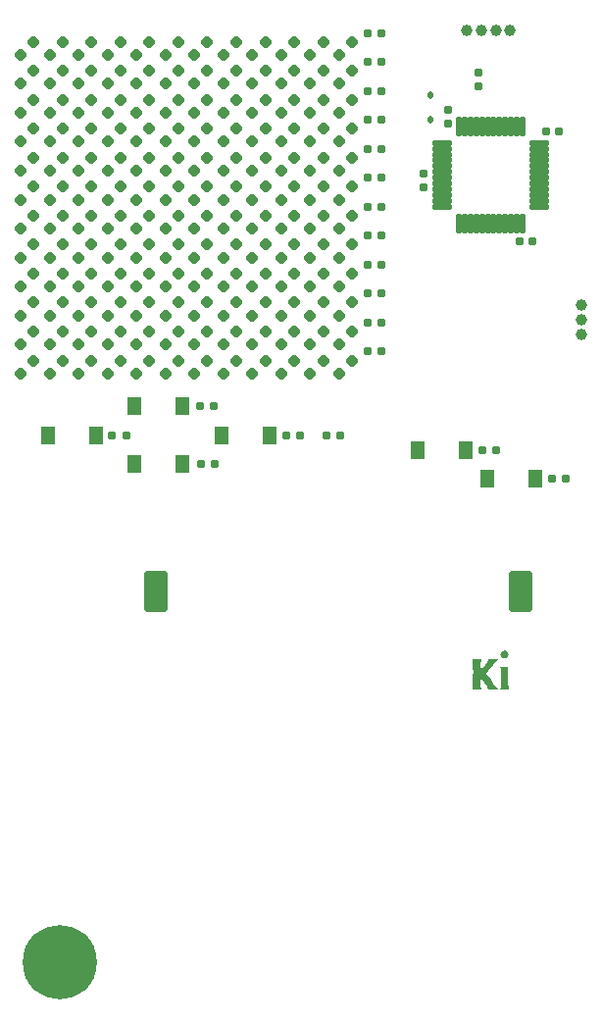
<source format=gts>
%TF.GenerationSoftware,KiCad,Pcbnew,9.0.0*%
%TF.CreationDate,2025-12-23T16:07:17-05:00*%
%TF.ProjectId,BusinessCard,42757369-6e65-4737-9343-6172642e6b69,rev?*%
%TF.SameCoordinates,Original*%
%TF.FileFunction,Soldermask,Top*%
%TF.FilePolarity,Negative*%
%FSLAX46Y46*%
G04 Gerber Fmt 4.6, Leading zero omitted, Abs format (unit mm)*
G04 Created by KiCad (PCBNEW 9.0.0) date 2025-12-23 16:07:17*
%MOMM*%
%LPD*%
G01*
G04 APERTURE LIST*
G04 Aperture macros list*
%AMRoundRect*
0 Rectangle with rounded corners*
0 $1 Rounding radius*
0 $2 $3 $4 $5 $6 $7 $8 $9 X,Y pos of 4 corners*
0 Add a 4 corners polygon primitive as box body*
4,1,4,$2,$3,$4,$5,$6,$7,$8,$9,$2,$3,0*
0 Add four circle primitives for the rounded corners*
1,1,$1+$1,$2,$3*
1,1,$1+$1,$4,$5*
1,1,$1+$1,$6,$7*
1,1,$1+$1,$8,$9*
0 Add four rect primitives between the rounded corners*
20,1,$1+$1,$2,$3,$4,$5,0*
20,1,$1+$1,$4,$5,$6,$7,0*
20,1,$1+$1,$6,$7,$8,$9,0*
20,1,$1+$1,$8,$9,$2,$3,0*%
G04 Aperture macros list end*
%ADD10C,0.000000*%
%ADD11RoundRect,0.218750X0.026517X-0.335876X0.335876X-0.026517X-0.026517X0.335876X-0.335876X0.026517X0*%
%ADD12RoundRect,0.102000X-0.475000X-0.700000X0.475000X-0.700000X0.475000X0.700000X-0.475000X0.700000X0*%
%ADD13RoundRect,0.160000X0.197500X0.160000X-0.197500X0.160000X-0.197500X-0.160000X0.197500X-0.160000X0*%
%ADD14RoundRect,0.160000X-0.197500X-0.160000X0.197500X-0.160000X0.197500X0.160000X-0.197500X0.160000X0*%
%ADD15RoundRect,0.160000X-0.160000X0.197500X-0.160000X-0.197500X0.160000X-0.197500X0.160000X0.197500X0*%
%ADD16RoundRect,0.155000X-0.155000X0.212500X-0.155000X-0.212500X0.155000X-0.212500X0.155000X0.212500X0*%
%ADD17RoundRect,0.200000X-0.800000X-1.550000X0.800000X-1.550000X0.800000X1.550000X-0.800000X1.550000X0*%
%ADD18C,1.000000*%
%ADD19RoundRect,0.155000X0.212500X0.155000X-0.212500X0.155000X-0.212500X-0.155000X0.212500X-0.155000X0*%
%ADD20RoundRect,0.155000X-0.212500X-0.155000X0.212500X-0.155000X0.212500X0.155000X-0.212500X0.155000X0*%
%ADD21RoundRect,0.155000X0.155000X-0.212500X0.155000X0.212500X-0.155000X0.212500X-0.155000X-0.212500X0*%
%ADD22C,6.400000*%
%ADD23RoundRect,0.121000X-0.761000X-0.121000X0.761000X-0.121000X0.761000X0.121000X-0.761000X0.121000X0*%
%ADD24RoundRect,0.121000X-0.121000X-0.761000X0.121000X-0.761000X0.121000X0.761000X-0.121000X0.761000X0*%
%ADD25RoundRect,0.112500X0.112500X-0.187500X0.112500X0.187500X-0.112500X0.187500X-0.112500X-0.187500X0*%
G04 APERTURE END LIST*
D10*
%TO.C,G\u002A\u002A\u002A*%
G36*
X63035786Y-77817448D02*
G01*
X63146230Y-77866148D01*
X63234175Y-77951560D01*
X63287732Y-78069299D01*
X63298473Y-78160556D01*
X63290887Y-78256468D01*
X63259488Y-78327694D01*
X63196873Y-78399143D01*
X63121691Y-78464378D01*
X63050360Y-78493924D01*
X62954826Y-78500743D01*
X62857453Y-78493547D01*
X62786382Y-78463320D01*
X62712779Y-78399143D01*
X62631910Y-78281276D01*
X62605443Y-78151394D01*
X62634009Y-78021504D01*
X62688362Y-77935483D01*
X62794963Y-77847730D01*
X62914734Y-77809846D01*
X63035786Y-77817448D01*
G37*
G36*
X63275228Y-80166684D02*
G01*
X63278105Y-80397205D01*
X63282277Y-80609948D01*
X63287471Y-80797140D01*
X63293416Y-80951009D01*
X63299842Y-81063784D01*
X63306475Y-81127692D01*
X63309141Y-81137861D01*
X63315511Y-81159399D01*
X63303839Y-81174065D01*
X63265275Y-81183166D01*
X63190973Y-81188006D01*
X63072085Y-81189893D01*
X62954826Y-81190155D01*
X62798631Y-81189580D01*
X62693349Y-81186985D01*
X62630133Y-81181063D01*
X62600133Y-81170510D01*
X62594504Y-81154018D01*
X62600511Y-81137861D01*
X62609200Y-81090828D01*
X62616738Y-80993748D01*
X62623071Y-80856000D01*
X62628145Y-80686960D01*
X62631906Y-80496008D01*
X62634301Y-80292521D01*
X62635275Y-80085877D01*
X62634775Y-79885456D01*
X62632747Y-79700634D01*
X62629137Y-79540790D01*
X62623892Y-79415302D01*
X62616958Y-79333548D01*
X62611011Y-79307253D01*
X62599975Y-79281788D01*
X62605446Y-79264877D01*
X62636603Y-79254773D01*
X62702626Y-79249726D01*
X62812692Y-79247987D01*
X62923059Y-79247802D01*
X63266923Y-79247802D01*
X63275228Y-80166684D01*
G37*
G36*
X60949506Y-78647596D02*
G01*
X60930006Y-78705028D01*
X60918046Y-78789787D01*
X60912868Y-78912008D01*
X60913717Y-79081830D01*
X60914443Y-79117865D01*
X60922826Y-79501046D01*
X61158706Y-79202600D01*
X61294519Y-79028805D01*
X61395896Y-78893971D01*
X61467171Y-78791579D01*
X61512678Y-78715107D01*
X61536751Y-78658035D01*
X61543359Y-78623877D01*
X61547713Y-78599136D01*
X61562535Y-78581846D01*
X61596999Y-78570675D01*
X61660279Y-78564289D01*
X61761548Y-78561355D01*
X61909980Y-78560539D01*
X61979402Y-78560508D01*
X62410672Y-78560508D01*
X62263174Y-78717390D01*
X62196766Y-78791536D01*
X62102279Y-78901791D01*
X61988724Y-79037402D01*
X61865112Y-79187614D01*
X61749025Y-79330990D01*
X61382373Y-79787708D01*
X61776882Y-80332049D01*
X61900128Y-80500922D01*
X62020307Y-80663446D01*
X62130075Y-80809848D01*
X62222085Y-80930355D01*
X62288991Y-81015194D01*
X62303949Y-81033273D01*
X62436506Y-81190155D01*
X61989779Y-81190155D01*
X61543052Y-81190155D01*
X61524353Y-81078096D01*
X61497124Y-81001305D01*
X61434167Y-80887676D01*
X61333927Y-80734640D01*
X61214239Y-80566155D01*
X60922826Y-80166272D01*
X60914519Y-80572583D01*
X60912730Y-80760314D01*
X60916671Y-80898843D01*
X60927065Y-80998522D01*
X60944637Y-81069704D01*
X60950347Y-81084524D01*
X60994482Y-81190155D01*
X60589398Y-81190155D01*
X60427207Y-81189630D01*
X60316160Y-81187265D01*
X60247636Y-81181872D01*
X60213018Y-81172263D01*
X60203688Y-81157250D01*
X60209923Y-81137861D01*
X60217239Y-81093667D01*
X60223760Y-80997785D01*
X60229454Y-80858074D01*
X60234288Y-80682391D01*
X60238230Y-80478594D01*
X60241249Y-80254541D01*
X60243311Y-80018090D01*
X60244386Y-79777099D01*
X60244441Y-79539425D01*
X60243444Y-79312927D01*
X60241363Y-79105463D01*
X60238166Y-78924889D01*
X60233821Y-78779066D01*
X60228295Y-78675849D01*
X60221557Y-78623097D01*
X60220200Y-78619542D01*
X60209930Y-78595838D01*
X60214684Y-78579513D01*
X60243087Y-78569192D01*
X60303767Y-78563502D01*
X60405351Y-78561067D01*
X60556466Y-78560514D01*
X60590778Y-78560508D01*
X60992951Y-78560508D01*
X60949506Y-78647596D01*
G37*
%TD*%
D11*
%TO.C,D105*%
X38683758Y-46396078D03*
X39797452Y-45282384D03*
%TD*%
D12*
%TO.C,SW1*%
X31010786Y-56750000D03*
X35160786Y-56750000D03*
%TD*%
D11*
%TO.C,D6*%
X31183758Y-26396078D03*
X32297452Y-25282384D03*
%TD*%
%TO.C,D15*%
X23683758Y-28896078D03*
X24797452Y-27782384D03*
%TD*%
%TO.C,D95*%
X43683758Y-43896078D03*
X44797452Y-42782384D03*
%TD*%
%TO.C,D126*%
X31183758Y-51396078D03*
X32297452Y-50282384D03*
%TD*%
%TO.C,D58*%
X41183758Y-36396078D03*
X42297452Y-35282384D03*
%TD*%
%TO.C,D128*%
X36183758Y-51396078D03*
X37297452Y-50282384D03*
%TD*%
%TO.C,D81*%
X38683758Y-41396078D03*
X39797452Y-40282384D03*
%TD*%
%TO.C,D101*%
X28683758Y-46396078D03*
X29797452Y-45282384D03*
%TD*%
%TO.C,D10*%
X41183758Y-26396078D03*
X42297452Y-25282384D03*
%TD*%
%TO.C,D38*%
X21183758Y-33896078D03*
X22297452Y-32782384D03*
%TD*%
%TO.C,D30*%
X31183758Y-31396078D03*
X32297452Y-30282384D03*
%TD*%
%TO.C,D48*%
X46183758Y-33896078D03*
X47297452Y-32782384D03*
%TD*%
%TO.C,D31*%
X33683758Y-31396078D03*
X34797452Y-30282384D03*
%TD*%
%TO.C,D56*%
X36183758Y-36396078D03*
X37297452Y-35282384D03*
%TD*%
D13*
%TO.C,R12*%
X52347500Y-34500000D03*
X51152500Y-34500000D03*
%TD*%
D11*
%TO.C,D93*%
X38683758Y-43896078D03*
X39797452Y-42782384D03*
%TD*%
D13*
%TO.C,R10*%
X52347500Y-29500000D03*
X51152500Y-29500000D03*
%TD*%
D11*
%TO.C,D86*%
X21183758Y-43896078D03*
X22297452Y-42782384D03*
%TD*%
%TO.C,D135*%
X23683758Y-53896078D03*
X24797452Y-52782384D03*
%TD*%
D14*
%TO.C,R6*%
X61065786Y-60500000D03*
X62260786Y-60500000D03*
%TD*%
D11*
%TO.C,D118*%
X41183758Y-48896078D03*
X42297452Y-47782384D03*
%TD*%
%TO.C,D94*%
X41183758Y-43896078D03*
X42297452Y-42782384D03*
%TD*%
%TO.C,D12*%
X46183758Y-26396078D03*
X47297452Y-25282384D03*
%TD*%
D13*
%TO.C,R15*%
X52347500Y-42000000D03*
X51152500Y-42000000D03*
%TD*%
D11*
%TO.C,D136*%
X26183758Y-53896078D03*
X27297452Y-52782384D03*
%TD*%
%TO.C,D134*%
X21183758Y-53896078D03*
X22297452Y-52782384D03*
%TD*%
D15*
%TO.C,R1*%
X60750000Y-27902500D03*
X60750000Y-29097500D03*
%TD*%
D11*
%TO.C,D100*%
X26183758Y-46396078D03*
X27297452Y-45282384D03*
%TD*%
D16*
%TO.C,C4*%
X56000000Y-36682500D03*
X56000000Y-37817500D03*
%TD*%
D11*
%TO.C,D41*%
X28683758Y-33896078D03*
X29797452Y-32782384D03*
%TD*%
D13*
%TO.C,R16*%
X52347500Y-44500000D03*
X51152500Y-44500000D03*
%TD*%
D11*
%TO.C,D83*%
X43683758Y-41396078D03*
X44797452Y-40282384D03*
%TD*%
%TO.C,D113*%
X28683758Y-48896078D03*
X29797452Y-47782384D03*
%TD*%
%TO.C,D53*%
X28683758Y-36396078D03*
X29797452Y-35282384D03*
%TD*%
%TO.C,D99*%
X23683758Y-46396078D03*
X24797452Y-45282384D03*
%TD*%
%TO.C,D7*%
X33683758Y-26396078D03*
X34797452Y-25282384D03*
%TD*%
D12*
%TO.C,SW5*%
X55435786Y-60500000D03*
X59585786Y-60500000D03*
%TD*%
D11*
%TO.C,D106*%
X41183758Y-46396078D03*
X42297452Y-45282384D03*
%TD*%
%TO.C,D25*%
X48683758Y-28896078D03*
X49797452Y-27782384D03*
%TD*%
D13*
%TO.C,R17*%
X52347500Y-47000000D03*
X51152500Y-47000000D03*
%TD*%
D11*
%TO.C,D39*%
X23683758Y-33896078D03*
X24797452Y-32782384D03*
%TD*%
%TO.C,D22*%
X41183758Y-28896078D03*
X42297452Y-27782384D03*
%TD*%
D12*
%TO.C,SW2*%
X23510786Y-59250000D03*
X27660786Y-59250000D03*
%TD*%
D17*
%TO.C,J3*%
X32835786Y-72750000D03*
X64335786Y-72750000D03*
%TD*%
D11*
%TO.C,D144*%
X46183758Y-53896078D03*
X47297452Y-52782384D03*
%TD*%
D14*
%TO.C,R5*%
X44140786Y-59250000D03*
X45335786Y-59250000D03*
%TD*%
D11*
%TO.C,D79*%
X33683758Y-41396078D03*
X34797452Y-40282384D03*
%TD*%
%TO.C,D49*%
X48683758Y-33896078D03*
X49797452Y-32782384D03*
%TD*%
%TO.C,D125*%
X28683758Y-51396078D03*
X29797452Y-50282384D03*
%TD*%
%TO.C,D69*%
X38683758Y-38896078D03*
X39797452Y-37782384D03*
%TD*%
%TO.C,D73*%
X48683758Y-38896078D03*
X49797452Y-37782384D03*
%TD*%
%TO.C,D82*%
X41183758Y-41396078D03*
X42297452Y-40282384D03*
%TD*%
D18*
%TO.C,J1*%
X69585786Y-50500000D03*
X69585786Y-49250000D03*
X69585786Y-48000000D03*
%TD*%
D11*
%TO.C,D23*%
X43683758Y-28896078D03*
X44797452Y-27782384D03*
%TD*%
%TO.C,D8*%
X36183758Y-26396078D03*
X37297452Y-25282384D03*
%TD*%
%TO.C,D120*%
X46183758Y-48896078D03*
X47297452Y-47782384D03*
%TD*%
%TO.C,D35*%
X43683758Y-31396078D03*
X44797452Y-30282384D03*
%TD*%
%TO.C,D26*%
X21183758Y-31396078D03*
X22297452Y-30282384D03*
%TD*%
%TO.C,D76*%
X26183758Y-41396078D03*
X27297452Y-40282384D03*
%TD*%
D14*
%TO.C,R4*%
X29085786Y-59250000D03*
X30280786Y-59250000D03*
%TD*%
D11*
%TO.C,D75*%
X23683758Y-41396078D03*
X24797452Y-40282384D03*
%TD*%
D18*
%TO.C,J2*%
X59710786Y-24250000D03*
X60960786Y-24250000D03*
X62210786Y-24250000D03*
X63460786Y-24250000D03*
%TD*%
D11*
%TO.C,D54*%
X31183758Y-36396078D03*
X32297452Y-35282384D03*
%TD*%
D13*
%TO.C,R8*%
X52347500Y-24500000D03*
X51152500Y-24500000D03*
%TD*%
D11*
%TO.C,D27*%
X23683758Y-31396078D03*
X24797452Y-30282384D03*
%TD*%
%TO.C,D34*%
X41183758Y-31396078D03*
X42297452Y-30282384D03*
%TD*%
%TO.C,D47*%
X43683758Y-33896078D03*
X44797452Y-32782384D03*
%TD*%
%TO.C,D52*%
X26183758Y-36396078D03*
X27297452Y-35282384D03*
%TD*%
%TO.C,D124*%
X26183758Y-51396078D03*
X27297452Y-50282384D03*
%TD*%
%TO.C,D119*%
X43683758Y-48896078D03*
X44797452Y-47782384D03*
%TD*%
%TO.C,D71*%
X43683758Y-38896078D03*
X44797452Y-37782384D03*
%TD*%
%TO.C,D114*%
X31183758Y-48896078D03*
X32297452Y-47782384D03*
%TD*%
D19*
%TO.C,C3*%
X65385000Y-42500000D03*
X64250000Y-42500000D03*
%TD*%
D11*
%TO.C,D121*%
X48683758Y-48896078D03*
X49797452Y-47782384D03*
%TD*%
%TO.C,D133*%
X48683758Y-51396078D03*
X49797452Y-50282384D03*
%TD*%
%TO.C,D68*%
X36183758Y-38896078D03*
X37297452Y-37782384D03*
%TD*%
%TO.C,D80*%
X36183758Y-41396078D03*
X37297452Y-40282384D03*
%TD*%
D20*
%TO.C,C2*%
X66518286Y-33000000D03*
X67653286Y-33000000D03*
%TD*%
D11*
%TO.C,D9*%
X38683758Y-26396078D03*
X39797452Y-25282384D03*
%TD*%
%TO.C,D109*%
X48683758Y-46396078D03*
X49797452Y-45282384D03*
%TD*%
%TO.C,D97*%
X48683758Y-43896078D03*
X49797452Y-42782384D03*
%TD*%
%TO.C,D16*%
X26183758Y-28896078D03*
X27297452Y-27782384D03*
%TD*%
%TO.C,D46*%
X41183758Y-33896078D03*
X42297452Y-32782384D03*
%TD*%
%TO.C,D21*%
X38683758Y-28896078D03*
X39797452Y-27782384D03*
%TD*%
%TO.C,D91*%
X33683758Y-43896078D03*
X34797452Y-42782384D03*
%TD*%
%TO.C,D84*%
X46183758Y-41396078D03*
X47297452Y-40282384D03*
%TD*%
%TO.C,D103*%
X33683758Y-46396078D03*
X34797452Y-45282384D03*
%TD*%
%TO.C,D90*%
X31183758Y-43896078D03*
X32297452Y-42782384D03*
%TD*%
D19*
%TO.C,C5*%
X48750000Y-59250000D03*
X47615000Y-59250000D03*
%TD*%
D11*
%TO.C,D2*%
X21183758Y-26396078D03*
X22297452Y-25282384D03*
%TD*%
%TO.C,D138*%
X31183758Y-53896078D03*
X32297452Y-52782384D03*
%TD*%
%TO.C,D74*%
X21183758Y-41396078D03*
X22297452Y-40282384D03*
%TD*%
%TO.C,D66*%
X31183758Y-38896078D03*
X32297452Y-37782384D03*
%TD*%
%TO.C,D11*%
X43683758Y-26396078D03*
X44797452Y-25282384D03*
%TD*%
%TO.C,D57*%
X38683758Y-36396078D03*
X39797452Y-35282384D03*
%TD*%
D12*
%TO.C,SW6*%
X61435786Y-63000000D03*
X65585786Y-63000000D03*
%TD*%
D11*
%TO.C,D132*%
X46183758Y-51396078D03*
X47297452Y-50282384D03*
%TD*%
%TO.C,D107*%
X43683758Y-46396078D03*
X44797452Y-45282384D03*
%TD*%
D13*
%TO.C,R11*%
X52347500Y-32000000D03*
X51152500Y-32000000D03*
%TD*%
D11*
%TO.C,D123*%
X23683758Y-51396078D03*
X24797452Y-50282384D03*
%TD*%
%TO.C,D89*%
X28683758Y-43896078D03*
X29797452Y-42782384D03*
%TD*%
%TO.C,D44*%
X36183758Y-33896078D03*
X37297452Y-32782384D03*
%TD*%
%TO.C,D77*%
X28683758Y-41396078D03*
X29797452Y-40282384D03*
%TD*%
%TO.C,D29*%
X28683758Y-31396078D03*
X29797452Y-30282384D03*
%TD*%
%TO.C,D13*%
X48683758Y-26396078D03*
X49797452Y-25282384D03*
%TD*%
%TO.C,D88*%
X26183758Y-43896078D03*
X27297452Y-42782384D03*
%TD*%
%TO.C,D19*%
X33683758Y-28896078D03*
X34797452Y-27782384D03*
%TD*%
D13*
%TO.C,R9*%
X52347500Y-27000000D03*
X51152500Y-27000000D03*
%TD*%
D11*
%TO.C,D116*%
X36183758Y-48896078D03*
X37297452Y-47782384D03*
%TD*%
%TO.C,D18*%
X31183758Y-28896078D03*
X32297452Y-27782384D03*
%TD*%
%TO.C,D85*%
X48683758Y-41396078D03*
X49797452Y-40282384D03*
%TD*%
%TO.C,D61*%
X48683758Y-36396078D03*
X49797452Y-35282384D03*
%TD*%
D14*
%TO.C,R3*%
X36738286Y-61750000D03*
X37933286Y-61750000D03*
%TD*%
D11*
%TO.C,D111*%
X23683758Y-48896078D03*
X24797452Y-47782384D03*
%TD*%
%TO.C,D70*%
X41183758Y-38896078D03*
X42297452Y-37782384D03*
%TD*%
%TO.C,D40*%
X26183758Y-33896078D03*
X27297452Y-32782384D03*
%TD*%
%TO.C,D55*%
X33683758Y-36396078D03*
X34797452Y-35282384D03*
%TD*%
%TO.C,D117*%
X38683758Y-48896078D03*
X39797452Y-47782384D03*
%TD*%
%TO.C,D32*%
X36183758Y-31396078D03*
X37297452Y-30282384D03*
%TD*%
%TO.C,D5*%
X28683758Y-26396078D03*
X29797452Y-25282384D03*
%TD*%
%TO.C,D43*%
X33683758Y-33896078D03*
X34797452Y-32782384D03*
%TD*%
%TO.C,D130*%
X41183758Y-51396078D03*
X42297452Y-50282384D03*
%TD*%
%TO.C,D104*%
X36183758Y-46396078D03*
X37297452Y-45282384D03*
%TD*%
D14*
%TO.C,R2*%
X36688286Y-56750000D03*
X37883286Y-56750000D03*
%TD*%
D11*
%TO.C,D63*%
X23683758Y-38896078D03*
X24797452Y-37782384D03*
%TD*%
D21*
%TO.C,C1*%
X58085786Y-32317500D03*
X58085786Y-31182500D03*
%TD*%
D12*
%TO.C,SW4*%
X38510786Y-59250000D03*
X42660786Y-59250000D03*
%TD*%
D11*
%TO.C,D143*%
X43683758Y-53896078D03*
X44797452Y-52782384D03*
%TD*%
%TO.C,D33*%
X38683758Y-31396078D03*
X39797452Y-30282384D03*
%TD*%
%TO.C,D17*%
X28683758Y-28896078D03*
X29797452Y-27782384D03*
%TD*%
%TO.C,D72*%
X46183758Y-38896078D03*
X47297452Y-37782384D03*
%TD*%
%TO.C,D131*%
X43683758Y-51396078D03*
X44797452Y-50282384D03*
%TD*%
%TO.C,D129*%
X38683758Y-51396078D03*
X39797452Y-50282384D03*
%TD*%
%TO.C,D51*%
X23683758Y-36396078D03*
X24797452Y-35282384D03*
%TD*%
D13*
%TO.C,R14*%
X52347500Y-39500000D03*
X51152500Y-39500000D03*
%TD*%
%TO.C,R13*%
X52347500Y-37000000D03*
X51152500Y-37000000D03*
%TD*%
D11*
%TO.C,D141*%
X38683758Y-53896078D03*
X39797452Y-52782384D03*
%TD*%
%TO.C,D59*%
X43683758Y-36396078D03*
X44797452Y-35282384D03*
%TD*%
%TO.C,D3*%
X23683758Y-26396078D03*
X24797452Y-25282384D03*
%TD*%
%TO.C,D28*%
X26183758Y-31396078D03*
X27297452Y-30282384D03*
%TD*%
%TO.C,D36*%
X46183758Y-31396078D03*
X47297452Y-30282384D03*
%TD*%
D13*
%TO.C,R18*%
X52347500Y-49500000D03*
X51152500Y-49500000D03*
%TD*%
D11*
%TO.C,D4*%
X26183758Y-26396078D03*
X27297452Y-25282384D03*
%TD*%
%TO.C,D20*%
X36183758Y-28896078D03*
X37297452Y-27782384D03*
%TD*%
%TO.C,D112*%
X26183758Y-48896078D03*
X27297452Y-47782384D03*
%TD*%
%TO.C,D96*%
X46183758Y-43896078D03*
X47297452Y-42782384D03*
%TD*%
%TO.C,D78*%
X31183758Y-41396078D03*
X32297452Y-40282384D03*
%TD*%
%TO.C,D139*%
X33683758Y-53896078D03*
X34797452Y-52782384D03*
%TD*%
%TO.C,D102*%
X31183758Y-46396078D03*
X32297452Y-45282384D03*
%TD*%
%TO.C,D60*%
X46183758Y-36396078D03*
X47297452Y-35282384D03*
%TD*%
%TO.C,D127*%
X33683758Y-51396078D03*
X34797452Y-50282384D03*
%TD*%
%TO.C,D115*%
X33683758Y-48896078D03*
X34797452Y-47782384D03*
%TD*%
%TO.C,D137*%
X28683758Y-53896078D03*
X29797452Y-52782384D03*
%TD*%
%TO.C,D45*%
X38683758Y-33896078D03*
X39797452Y-32782384D03*
%TD*%
%TO.C,D42*%
X31183758Y-33896078D03*
X32297452Y-32782384D03*
%TD*%
%TO.C,D145*%
X48683758Y-53896078D03*
X49797452Y-52782384D03*
%TD*%
%TO.C,D122*%
X21183758Y-51396078D03*
X22297452Y-50282384D03*
%TD*%
%TO.C,D110*%
X21183758Y-48896078D03*
X22297452Y-47782384D03*
%TD*%
%TO.C,D98*%
X21183758Y-46396078D03*
X22297452Y-45282384D03*
%TD*%
%TO.C,D62*%
X21183758Y-38896078D03*
X22297452Y-37782384D03*
%TD*%
%TO.C,D24*%
X46183758Y-28896078D03*
X47297452Y-27782384D03*
%TD*%
%TO.C,D37*%
X48683758Y-31396078D03*
X49797452Y-30282384D03*
%TD*%
%TO.C,D92*%
X36183758Y-43896078D03*
X37297452Y-42782384D03*
%TD*%
%TO.C,D64*%
X26183758Y-38896078D03*
X27297452Y-37782384D03*
%TD*%
%TO.C,D140*%
X36183758Y-53896078D03*
X37297452Y-52782384D03*
%TD*%
%TO.C,D14*%
X21183758Y-28896078D03*
X22297452Y-27782384D03*
%TD*%
%TO.C,D50*%
X21183758Y-36396078D03*
X22297452Y-35282384D03*
%TD*%
D12*
%TO.C,SW3*%
X31010786Y-61750000D03*
X35160786Y-61750000D03*
%TD*%
D13*
%TO.C,R19*%
X52347500Y-52000000D03*
X51152500Y-52000000D03*
%TD*%
D11*
%TO.C,D65*%
X28683758Y-38896078D03*
X29797452Y-37782384D03*
%TD*%
%TO.C,D67*%
X33683758Y-38896078D03*
X34797452Y-37782384D03*
%TD*%
D14*
%TO.C,R7*%
X67065786Y-63000000D03*
X68260786Y-63000000D03*
%TD*%
D22*
%TO.C,REF\u002A\u002A*%
X24585786Y-104750000D03*
%TD*%
D11*
%TO.C,D108*%
X46183758Y-46396078D03*
X47297452Y-45282384D03*
%TD*%
D23*
%TO.C,U1*%
X57585786Y-34000000D03*
X57585786Y-34500000D03*
X57585786Y-35000000D03*
X57585786Y-35500000D03*
X57585786Y-36000000D03*
X57585786Y-36500000D03*
X57585786Y-37000000D03*
X57585786Y-37500000D03*
X57585786Y-38000000D03*
X57585786Y-38500000D03*
X57585786Y-39000000D03*
X57585786Y-39500000D03*
D24*
X59015786Y-40930000D03*
X59515786Y-40930000D03*
X60015786Y-40930000D03*
X60515786Y-40930000D03*
X61015786Y-40930000D03*
X61515786Y-40930000D03*
X62015786Y-40930000D03*
X62515786Y-40930000D03*
X63015786Y-40930000D03*
X63515786Y-40930000D03*
X64015786Y-40930000D03*
X64515786Y-40930000D03*
D23*
X65945786Y-39500000D03*
X65945786Y-39000000D03*
X65945786Y-38500000D03*
X65945786Y-38000000D03*
X65945786Y-37500000D03*
X65945786Y-37000000D03*
X65945786Y-36500000D03*
X65945786Y-36000000D03*
X65945786Y-35500000D03*
X65945786Y-35000000D03*
X65945786Y-34500000D03*
X65945786Y-34000000D03*
D24*
X64515786Y-32570000D03*
X64015786Y-32570000D03*
X63515786Y-32570000D03*
X63015786Y-32570000D03*
X62515786Y-32570000D03*
X62015786Y-32570000D03*
X61515786Y-32570000D03*
X61015786Y-32570000D03*
X60515786Y-32570000D03*
X60015786Y-32570000D03*
X59515786Y-32570000D03*
X59015786Y-32570000D03*
%TD*%
D25*
%TO.C,D1*%
X56585786Y-32000000D03*
X56585786Y-29900000D03*
%TD*%
D11*
%TO.C,D87*%
X23683758Y-43896078D03*
X24797452Y-42782384D03*
%TD*%
%TO.C,D142*%
X41183758Y-53896078D03*
X42297452Y-52782384D03*
%TD*%
M02*

</source>
